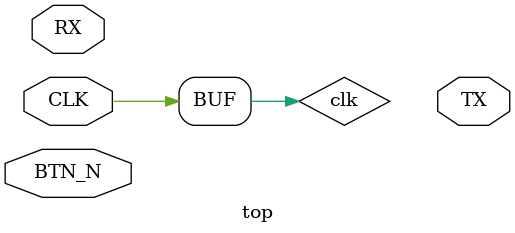
<source format=v>
module top(
    input CLK,

    input BTN_N,
    
    output TX,
    input RX
);
    wire clk = CLK;
    wire rst = !BTN_N;


    wire [4:0] rs1_select;
    wire [4:0] rs2_select;
    wire [4:0] rd_select;

    wire [31:0] rs1;
    wire [31:0] rs2;
    wire [31:0] rd;

    wire [31:0] next_pc;
    wire [31:0] pc;

    wire [3:0] mem_bmask;

    wire [12:0] memaddr;
    wire [31:0] membus;

    wire rb_write_enable;
    wire mem_write_enable;

    exec_unit ex(
        .clk(clk),
        .rst(rst),

        .next_pc(next_pc),
        .pc(pc),

        .rs1_select(rs1_select),
        .rs2_select(rs2_select),
        .rs1(rs1),
        .rs2(rs2),

        .rd_select(rd_select),
        .rd(rd),

        .mem_bmask(mem_bmask),

        .rb_write_enable(rb_write_enable),
        .mem_write_enable(mem_write_enable)
    );

    register_bank rb(
        .clk(clk),
        .rst(rst),

        .next_pc(next_pc),
        .pc(pc),

        .rs1_select(rs1_select),
        .rs2_select(rs2_select),
        .rd_select(rd_select),

        .rs1(rs1),
        .rs2(rs2),
        .rd (rd),

        .write_enable(rb_write_enable)
    );

endmodule
</source>
